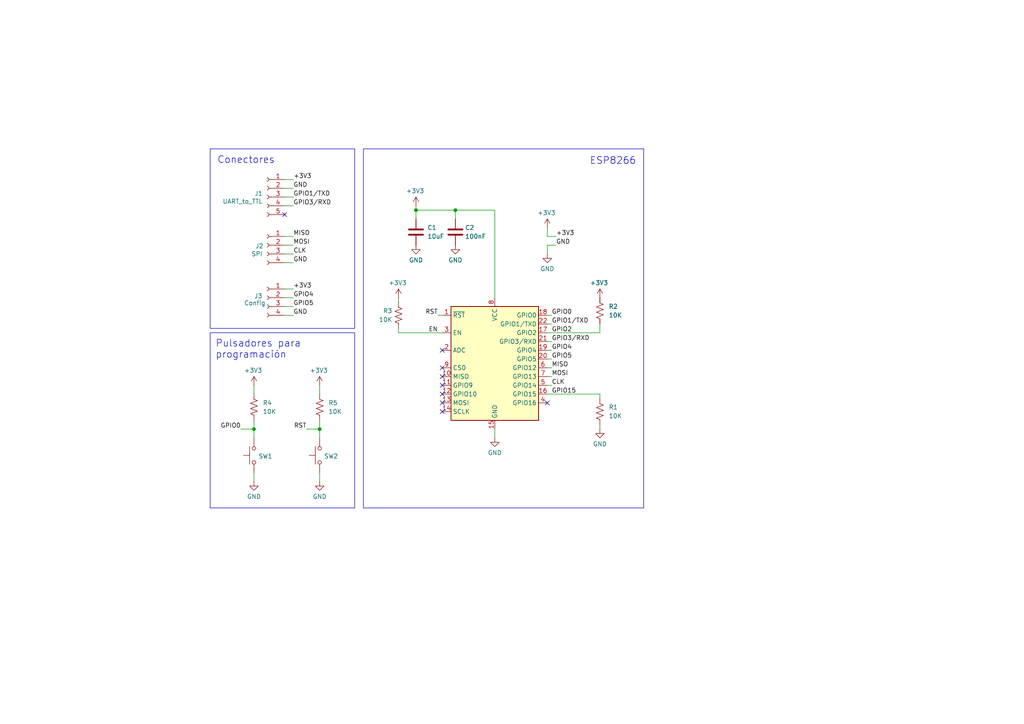
<source format=kicad_sch>
(kicad_sch (version 20231120) (generator "eeschema") (generator_version "8.0")
  (paper "A4")
  (lib_symbols
    (symbol "Connector:Conn_01x04_Socket" (pin_names (offset 1.016) hide)
      (property "Reference" "J" (at 0 5.08 0))
      (property "Value" "Conn_01x04_Socket" (at 0 -7.62 0))
      (symbol "Conn_01x04_Socket_1_1"
        (arc (start 0 -4.572) (mid -0.5058 -5.08) (end 0 -5.588) (stroke (width 0.1524)))
        (arc (start 0 -2.032) (mid -0.5058 -2.54) (end 0 -3.048) (stroke (width 0.1524)))
        (polyline (pts (xy -1.27 -5.08) (xy -0.508 -5.08)) (stroke (width 0.1524)))
        (polyline (pts (xy -1.27 -2.54) (xy -0.508 -2.54)) (stroke (width 0.1524)))
        (polyline (pts (xy -1.27 0) (xy -0.508 0)) (stroke (width 0.1524)))
        (polyline (pts (xy -1.27 2.54) (xy -0.508 2.54)) (stroke (width 0.1524)))
        (arc (start 0 0.508) (mid -0.5058 0) (end 0 -0.508) (stroke (width 0.1524)))
        (arc (start 0 3.048) (mid -0.5058 2.54) (end 0 2.032) (stroke (width 0.1524)))
        (pin passive line (at -5.08 2.54 0) (length 3.81) (name "Pin_1") (number "1"))
        (pin passive line (at -5.08 0 0) (length 3.81) (name "Pin_2") (number "2"))
        (pin passive line (at -5.08 -2.54 0) (length 3.81) (name "Pin_3") (number "3"))
        (pin passive line (at -5.08 -5.08 0) (length 3.81) (name "Pin_4") (number "4"))
      )
    )
    (symbol "Connector:Conn_01x05_Socket" (pin_names (offset 1.016) hide)
      (property "Reference" "J" (at 0 7.62 0))
      (property "Value" "Conn_01x05_Socket" (at 0 -7.62 0))
      (symbol "Conn_01x05_Socket_1_1"
        (arc (start 0 -4.572) (mid -0.5058 -5.08) (end 0 -5.588) (stroke (width 0.1524)))
        (arc (start 0 -2.032) (mid -0.5058 -2.54) (end 0 -3.048) (stroke (width 0.1524)))
        (polyline (pts (xy -1.27 -5.08) (xy -0.508 -5.08)) (stroke (width 0.1524)))
        (polyline (pts (xy -1.27 -2.54) (xy -0.508 -2.54)) (stroke (width 0.1524)))
        (polyline (pts (xy -1.27 0) (xy -0.508 0)) (stroke (width 0.1524)))
        (polyline (pts (xy -1.27 2.54) (xy -0.508 2.54)) (stroke (width 0.1524)))
        (polyline (pts (xy -1.27 5.08) (xy -0.508 5.08)) (stroke (width 0.1524)))
        (arc (start 0 0.508) (mid -0.5058 0) (end 0 -0.508) (stroke (width 0.1524)))
        (arc (start 0 3.048) (mid -0.5058 2.54) (end 0 2.032) (stroke (width 0.1524)))
        (arc (start 0 5.588) (mid -0.5058 5.08) (end 0 4.572) (stroke (width 0.1524)))
        (pin passive line (at -5.08 5.08 0) (length 3.81) (name "Pin_1") (number "1"))
        (pin passive line (at -5.08 2.54 0) (length 3.81) (name "Pin_2") (number "2"))
        (pin passive line (at -5.08 0 0) (length 3.81) (name "Pin_3") (number "3"))
        (pin passive line (at -5.08 -2.54 0) (length 3.81) (name "Pin_4") (number "4"))
        (pin passive line (at -5.08 -5.08 0) (length 3.81) (name "Pin_5") (number "5"))
      )
    )
    (symbol "Device:C" (pin_numbers hide) (pin_names (offset 0.254))
      (property "Reference" "C" (at 0.635 2.54 0))
      (property "Value" "C" (at 0.635 -2.54 0))
      (symbol "C_0_1"
        (polyline (pts (xy -2.032 -0.762) (xy 2.032 -0.762)) (stroke (width 0.508)))
        (polyline (pts (xy -2.032 0.762) (xy 2.032 0.762)) (stroke (width 0.508)))
      )
      (symbol "C_1_1"
        (pin passive line (at 0 3.81 270) (length 2.794) (name "~") (number "1"))
        (pin passive line (at 0 -3.81 90) (length 2.794) (name "~") (number "2"))
      )
    )
    (symbol "Device:R_US" (pin_numbers hide) (pin_names (offset 0))
      (property "Reference" "R" (at 2.54 0 90))
      (property "Value" "R_US" (at -2.54 0 90))
      (symbol "R_US_0_1"
        (polyline (pts (xy 0 -2.286) (xy 0 -2.54)))
        (polyline (pts (xy 0 2.286) (xy 0 2.54)))
        (polyline (pts (xy 0 -0.762) (xy 1.016 -1.143) (xy 0 -1.524) (xy -1.016 -1.905) (xy 0 -2.286)))
        (polyline (pts (xy 0 0.762) (xy 1.016 0.381) (xy 0 0) (xy -1.016 -0.381) (xy 0 -0.762)))
        (polyline (pts (xy 0 2.286) (xy 1.016 1.905) (xy 0 1.524) (xy -1.016 1.143) (xy 0 0.762)))
      )
      (symbol "R_US_1_1"
        (pin passive line (at 0 3.81 270) (length 1.27) (name "~") (number "1"))
        (pin passive line (at 0 -3.81 90) (length 1.27) (name "~") (number "2"))
      )
    )
    (symbol "RF_Module:ESP-12F"
      (property "Reference" "U" (at -12.7 19.05 0))
      (property "Value" "ESP-12F" (at 12.7 19.05 0))
      (symbol "ESP-12F_0_1"
        (rectangle (start -12.7 17.78) (end 12.7 -15.24) (stroke (width 0.254)) (fill (type background)))
      )
      (symbol "ESP-12F_1_1"
        (pin input line (at -15.24 15.24 0) (length 2.54) (name "~{RST}") (number "1"))
        (pin bidirectional line (at -15.24 -2.54 0) (length 2.54) (name "MISO") (number "10"))
        (pin bidirectional line (at -15.24 -5.08 0) (length 2.54) (name "GPIO9") (number "11"))
        (pin bidirectional line (at -15.24 -7.62 0) (length 2.54) (name "GPIO10") (number "12"))
        (pin bidirectional line (at -15.24 -10.16 0) (length 2.54) (name "MOSI") (number "13"))
        (pin bidirectional line (at -15.24 -12.7 0) (length 2.54) (name "SCLK") (number "14"))
        (pin power_in line (at 0 -17.78 90) (length 2.54) (name "GND") (number "15"))
        (pin bidirectional line (at 15.24 -7.62 180) (length 2.54) (name "GPIO15") (number "16"))
        (pin bidirectional line (at 15.24 10.16 180) (length 2.54) (name "GPIO2") (number "17"))
        (pin bidirectional line (at 15.24 15.24 180) (length 2.54) (name "GPIO0") (number "18"))
        (pin bidirectional line (at 15.24 5.08 180) (length 2.54) (name "GPIO4") (number "19"))
        (pin input line (at -15.24 5.08 0) (length 2.54) (name "ADC") (number "2"))
        (pin bidirectional line (at 15.24 2.54 180) (length 2.54) (name "GPIO5") (number "20"))
        (pin bidirectional line (at 15.24 7.62 180) (length 2.54) (name "GPIO3/RXD") (number "21"))
        (pin bidirectional line (at 15.24 12.7 180) (length 2.54) (name "GPIO1/TXD") (number "22"))
        (pin input line (at -15.24 10.16 0) (length 2.54) (name "EN") (number "3"))
        (pin bidirectional line (at 15.24 -10.16 180) (length 2.54) (name "GPIO16") (number "4"))
        (pin bidirectional line (at 15.24 -5.08 180) (length 2.54) (name "GPIO14") (number "5"))
        (pin bidirectional line (at 15.24 0 180) (length 2.54) (name "GPIO12") (number "6"))
        (pin bidirectional line (at 15.24 -2.54 180) (length 2.54) (name "GPIO13") (number "7"))
        (pin power_in line (at 0 20.32 270) (length 2.54) (name "VCC") (number "8"))
        (pin input line (at -15.24 0 0) (length 2.54) (name "CS0") (number "9"))
      )
    )
    (symbol "Switch:SW_Push" (pin_numbers hide) (pin_names (offset 1.016) hide)
      (property "Reference" "SW" (at 1.27 2.54 0))
      (property "Value" "SW_Push" (at 0 -1.524 0))
      (symbol "SW_Push_0_1"
        (circle (center -2.032 0) (radius 0.508))
        (polyline (pts (xy 0 1.27) (xy 0 3.048)))
        (polyline (pts (xy 2.54 1.27) (xy -2.54 1.27)))
        (circle (center 2.032 0) (radius 0.508))
        (pin passive line (at -5.08 0 0) (length 2.54) (name "1") (number "1"))
        (pin passive line (at 5.08 0 180) (length 2.54) (name "2") (number "2"))
      )
    )
    (symbol "power:+3V3" (power) (pin_numbers hide) (pin_names (offset 0) hide)
      (property "Value" "+3V3" (at 0 3.556 0))
      (symbol "+3V3_0_1"
        (polyline (pts (xy -0.762 1.27) (xy 0 2.54)))
        (polyline (pts (xy 0 0) (xy 0 2.54)))
        (polyline (pts (xy 0 2.54) (xy 0.762 1.27)))
      )
      (symbol "+3V3_1_1"
        (pin power_in line (at 0 0 90) (length 0) (name "~") (number "1"))
      )
    )
    (symbol "power:GND" (power) (pin_numbers hide) (pin_names (offset 0) hide)
      (property "Value" "GND" (at 0 -3.81 0))
      (symbol "GND_0_1"
        (polyline (pts (xy 0 0) (xy 0 -1.27) (xy 1.27 -1.27) (xy 0 -2.54) (xy -1.27 -1.27) (xy 0 -1.27)))
      )
      (symbol "GND_1_1"
        (pin power_in line (at 0 0 270) (length 0) (name "~") (number "1"))
      )
    )
  )
  (junction (at 73.66 124.46))
  (junction (at 92.71 124.46))
  (junction (at 120.65 60.96))
  (junction (at 132.08 60.96))
  (no_connect (at 128.27 106.68))
  (no_connect (at 128.27 109.22))
  (no_connect (at 128.27 101.6))
  (no_connect (at 82.55 62.23))
  (no_connect (at 128.27 116.84))
  (no_connect (at 128.27 119.38))
  (no_connect (at 128.27 111.76))
  (no_connect (at 128.27 114.3))
  (no_connect (at 158.75 116.84))
  (wire (pts (xy 82.55 71.12) (xy 85.09 71.12)))
  (wire (pts (xy 82.55 86.36) (xy 85.09 86.36)))
  (wire (pts (xy 82.55 91.44) (xy 85.09 91.44)))
  (wire (pts (xy 158.75 111.76) (xy 160.02 111.76)))
  (wire (pts (xy 115.57 96.52) (xy 128.27 96.52)))
  (wire (pts (xy 143.51 127) (xy 143.51 124.46)))
  (wire (pts (xy 82.55 68.58) (xy 85.09 68.58)))
  (wire (pts (xy 73.66 124.46) (xy 73.66 127)))
  (wire (pts (xy 82.55 59.69) (xy 85.09 59.69)))
  (wire (pts (xy 69.85 124.46) (xy 73.66 124.46)))
  (wire (pts (xy 82.55 73.66) (xy 85.09 73.66)))
  (wire (pts (xy 158.75 96.52) (xy 173.99 96.52)))
  (wire (pts (xy 82.55 83.82) (xy 85.09 83.82)))
  (wire (pts (xy 173.99 114.3) (xy 173.99 115.57)))
  (wire (pts (xy 120.65 60.96) (xy 120.65 63.5)))
  (wire (pts (xy 92.71 111.76) (xy 92.71 114.3)))
  (wire (pts (xy 132.08 60.96) (xy 143.51 60.96)))
  (wire (pts (xy 115.57 96.52) (xy 115.57 95.25)))
  (wire (pts (xy 92.71 137.16) (xy 92.71 139.7)))
  (wire (pts (xy 120.65 59.69) (xy 120.65 60.96)))
  (wire (pts (xy 158.75 71.12) (xy 161.29 71.12)))
  (wire (pts (xy 82.55 52.07) (xy 85.09 52.07)))
  (wire (pts (xy 158.75 114.3) (xy 173.99 114.3)))
  (wire (pts (xy 158.75 99.06) (xy 160.02 99.06)))
  (wire (pts (xy 120.65 60.96) (xy 132.08 60.96)))
  (wire (pts (xy 82.55 76.2) (xy 85.09 76.2)))
  (wire (pts (xy 82.55 88.9) (xy 85.09 88.9)))
  (wire (pts (xy 73.66 121.92) (xy 73.66 124.46)))
  (wire (pts (xy 158.75 106.68) (xy 160.02 106.68)))
  (wire (pts (xy 92.71 124.46) (xy 92.71 127)))
  (wire (pts (xy 158.75 109.22) (xy 160.02 109.22)))
  (wire (pts (xy 73.66 111.76) (xy 73.66 114.3)))
  (wire (pts (xy 143.51 86.36) (xy 143.51 60.96)))
  (wire (pts (xy 158.75 73.66) (xy 158.75 71.12)))
  (wire (pts (xy 173.99 96.52) (xy 173.99 93.98)))
  (wire (pts (xy 160.02 104.14) (xy 158.75 104.14)))
  (wire (pts (xy 158.75 66.04) (xy 158.75 68.58)))
  (wire (pts (xy 132.08 60.96) (xy 132.08 63.5)))
  (wire (pts (xy 88.9 124.46) (xy 92.71 124.46)))
  (wire (pts (xy 82.55 57.15) (xy 85.09 57.15)))
  (wire (pts (xy 92.71 121.92) (xy 92.71 124.46)))
  (wire (pts (xy 115.57 86.36) (xy 115.57 87.63)))
  (wire (pts (xy 173.99 124.46) (xy 173.99 123.19)))
  (wire (pts (xy 73.66 137.16) (xy 73.66 139.7)))
  (wire (pts (xy 158.75 93.98) (xy 160.02 93.98)))
  (wire (pts (xy 158.75 101.6) (xy 160.02 101.6)))
  (wire (pts (xy 127 91.44) (xy 128.27 91.44)))
  (wire (pts (xy 158.75 68.58) (xy 161.29 68.58)))
  (wire (pts (xy 82.55 54.61) (xy 85.09 54.61)))
  (wire (pts (xy 158.75 91.44) (xy 160.02 91.44)))
  (rectangle (start 60.96 43.18) (end 102.87 95.25))
  (rectangle (start 60.96 96.52) (end 102.87 147.32))
  (rectangle (start 105.41 43.18) (end 186.69 147.32))
  (text "ESP8266" (at 177.8 46.736 0) (effects (font (size 2 2))))
  (text "Pulsadores para\nprogramación" (at 62.484 101.346 0) (effects (font (size 2 2)) (justify left)))
  (text "Conectores" (at 71.374 46.482 0) (effects (font (size 2 2))))
  (label "EN" (at 127 96.52 180))
  (label "GPIO1{slash}TXD" (at 85.09 57.15 0))
  (label "GND" (at 85.09 54.61 0))
  (label "MISO" (at 160.02 106.68 0))
  (label "GPIO4" (at 85.09 86.36 0))
  (label "GPIO2" (at 160.02 96.52 0))
  (label "GPIO5" (at 85.09 88.9 0))
  (label "GPIO15" (at 160.02 114.3 0))
  (label "GPIO0" (at 69.85 124.46 180))
  (label "GPIO4" (at 160.02 101.6 0))
  (label "+3V3" (at 161.29 68.58 0))
  (label "CLK" (at 85.09 73.66 0))
  (label "CLK" (at 160.02 111.76 0))
  (label "GPIO0" (at 160.02 91.44 0))
  (label "GPIO3{slash}RXD" (at 85.09 59.69 0))
  (label "GND" (at 161.29 71.12 0))
  (label "RST" (at 127 91.44 180))
  (label "RST" (at 88.9 124.46 180))
  (label "MISO" (at 85.09 68.58 0))
  (label "GPIO1{slash}TXD" (at 160.02 93.98 0))
  (label "GPIO3{slash}RXD" (at 160.02 99.06 0))
  (label "MOSI" (at 85.09 71.12 0))
  (label "GND" (at 85.09 91.44 0))
  (label "+3V3" (at 85.09 52.07 0))
  (label "MOSI" (at 160.02 109.22 0))
  (label "+3V3" (at 85.09 83.82 0))
  (label "GPIO5" (at 160.02 104.14 0))
  (label "GND" (at 85.09 76.2 0))
  (symbol (lib_id "Device:C") (at 120.65 67.31 0) (unit 1)
    (property "Reference" "C1" (at 123.952 66.04 0) (effects (justify left)))
    (property "Value" "10uF" (at 123.952 68.58 0) (effects (justify left)))
    (property "Description" "Unpolarized capacitor" (effects (hide yes)))
  )
  (symbol (lib_id "Device:C") (at 132.08 67.31 0) (unit 1)
    (property "Reference" "C2" (at 134.874 66.04 0) (effects (justify left)))
    (property "Value" "100nF" (at 134.874 68.58 0) (effects (justify left)))
    (property "Description" "Unpolarized capacitor" (effects (hide yes)))
  )
  (symbol (lib_id "Connector:Conn_01x05_Socket") (at 77.47 57.15 0) (mirror y) (unit 1)
    (property "Reference" "J1" (at 76.2 56.134 0) (effects (justify left)))
    (property "Value" "UART_to_TTL" (at 76.2 58.4199 0) (effects (justify left)))
    (property "Description" "Generic connector, single row, 01x05, script generated" (effects (hide yes)))
  )
  (symbol (lib_id "power:+3V3") (at 120.65 59.69 0) (unit 1)
    (property "Reference" "#PWR01" (effects (hide yes)))
    (property "Value" "+3V3" (at 120.396 55.372 0))
    (property "Description" "Power symbol creates a global label with name \"+3V3\"" (effects (hide yes)))
  )
  (symbol (lib_id "Device:R_US") (at 73.66 118.11 180) (unit 1)
    (property "Reference" "R4" (at 76.2 116.8399 0) (effects (justify right)))
    (property "Value" "10K" (at 76.2 119.3799 0) (effects (justify right)))
    (property "Description" "Resistor, US symbol" (effects (hide yes)))
  )
  (symbol (lib_id "power:GND") (at 158.75 73.66 0) (unit 1)
    (property "Reference" "#PWR013" (effects (hide yes)))
    (property "Value" "GND" (at 158.75 77.978 0))
    (property "Description" "Power symbol creates a global label with name \"GND\" , ground" (effects (hide yes)))
  )
  (symbol (lib_id "Device:R_US") (at 92.71 118.11 180) (unit 1)
    (property "Reference" "R5" (at 95.25 116.8399 0) (effects (justify right)))
    (property "Value" "10K" (at 95.25 119.3799 0) (effects (justify right)))
    (property "Description" "Resistor, US symbol" (effects (hide yes)))
  )
  (symbol (lib_id "power:GND") (at 92.71 139.7 0) (unit 1)
    (property "Reference" "#PWR09" (effects (hide yes)))
    (property "Value" "GND" (at 92.71 144.018 0))
    (property "Description" "Power symbol creates a global label with name \"GND\" , ground" (effects (hide yes)))
  )
  (symbol (lib_id "Device:R_US") (at 115.57 91.44 180) (unit 1)
    (property "Reference" "R3" (at 113.792 90.17 0) (effects (justify left)))
    (property "Value" "10K" (at 113.792 92.71 0) (effects (justify left)))
    (property "Description" "Resistor, US symbol" (effects (hide yes)))
  )
  (symbol (lib_id "Device:R_US") (at 173.99 119.38 180) (unit 1)
    (property "Reference" "R1" (at 176.53 118.1099 0) (effects (justify right)))
    (property "Value" "10K" (at 176.53 120.6499 0) (effects (justify right)))
    (property "Description" "Resistor, US symbol" (effects (hide yes)))
  )
  (symbol (lib_id "Switch:SW_Push") (at 92.71 132.08 90) (unit 1)
    (property "Reference" "SW2" (at 93.98 132.334 90) (effects (justify right)))
    (property "Value" "SW_Push" (effects (hide yes)))
    (property "Description" "Push button switch, generic, two pins" (effects (hide yes)))
  )
  (symbol (lib_id "power:+3V3") (at 73.66 111.76 0) (unit 1)
    (property "Reference" "#PWR010" (effects (hide yes)))
    (property "Value" "+3V3" (at 73.406 107.442 0))
    (property "Description" "Power symbol creates a global label with name \"+3V3\"" (effects (hide yes)))
  )
  (symbol (lib_id "power:+3V3") (at 173.99 86.36 0) (unit 1)
    (property "Reference" "#PWR06" (effects (hide yes)))
    (property "Value" "+3V3" (at 173.736 82.042 0))
    (property "Description" "Power symbol creates a global label with name \"+3V3\"" (effects (hide yes)))
  )
  (symbol (lib_id "power:GND") (at 173.99 124.46 0) (unit 1)
    (property "Reference" "#PWR04" (effects (hide yes)))
    (property "Value" "GND" (at 173.99 128.778 0))
    (property "Description" "Power symbol creates a global label with name \"GND\" , ground" (effects (hide yes)))
  )
  (symbol (lib_id "Device:R_US") (at 173.99 90.17 180) (unit 1)
    (property "Reference" "R2" (at 176.53 88.8999 0) (effects (justify right)))
    (property "Value" "10K" (at 176.53 91.4399 0) (effects (justify right)))
    (property "Description" "Resistor, US symbol" (effects (hide yes)))
  )
  (symbol (lib_id "power:GND") (at 120.65 71.12 0) (unit 1)
    (property "Reference" "#PWR03" (effects (hide yes)))
    (property "Value" "GND" (at 120.65 75.438 0))
    (property "Description" "Power symbol creates a global label with name \"GND\" , ground" (effects (hide yes)))
  )
  (symbol (lib_id "Connector:Conn_01x04_Socket") (at 77.47 86.36 0) (mirror y) (unit 1)
    (property "Reference" "J3" (at 74.93 85.852 0))
    (property "Value" "Config" (at 73.914 87.884 0))
    (property "Description" "Generic connector, single row, 01x04, script generated" (effects (hide yes)))
  )
  (symbol (lib_id "power:+3V3") (at 92.71 111.76 0) (unit 1)
    (property "Reference" "#PWR011" (effects (hide yes)))
    (property "Value" "+3V3" (at 92.456 107.442 0))
    (property "Description" "Power symbol creates a global label with name \"+3V3\"" (effects (hide yes)))
  )
  (symbol (lib_id "power:GND") (at 73.66 139.7 0) (unit 1)
    (property "Reference" "#PWR08" (effects (hide yes)))
    (property "Value" "GND" (at 73.66 144.018 0))
    (property "Description" "Power symbol creates a global label with name \"GND\" , ground" (effects (hide yes)))
  )
  (symbol (lib_id "RF_Module:ESP-12F") (at 143.51 106.68 0) (unit 1)
    (property "Reference" "U1" (effects (hide yes)))
    (property "Value" "ESP-12F" (effects (hide yes)))
    (property "Footprint" "RF_Module:ESP-12E" (effects (hide yes)))
    (property "Datasheet" "http://wiki.ai-thinker.com/_media/esp8266/esp8266_series_modules_user_manual_v1.1.pdf" (effects (hide yes)))
    (property "Description" "802.11 b/g/n Wi-Fi Module" (effects (hide yes)))
  )
  (symbol (lib_id "power:GND") (at 132.08 71.12 0) (unit 1)
    (property "Reference" "#PWR02" (effects (hide yes)))
    (property "Value" "GND" (at 132.08 75.438 0))
    (property "Description" "Power symbol creates a global label with name \"GND\" , ground" (effects (hide yes)))
  )
  (symbol (lib_id "power:GND") (at 143.51 127 0) (unit 1)
    (property "Reference" "#PWR05" (effects (hide yes)))
    (property "Value" "GND" (at 143.51 131.318 0))
    (property "Description" "Power symbol creates a global label with name \"GND\" , ground" (effects (hide yes)))
  )
  (symbol (lib_id "power:+3V3") (at 115.57 86.36 0) (unit 1)
    (property "Reference" "#PWR07" (effects (hide yes)))
    (property "Value" "+3V3" (at 115.316 82.042 0))
    (property "Description" "Power symbol creates a global label with name \"+3V3\"" (effects (hide yes)))
  )
  (symbol (lib_id "Connector:Conn_01x04_Socket") (at 77.47 71.12 0) (mirror y) (unit 1)
    (property "Reference" "J2" (at 76.454 71.374 0) (effects (justify left)))
    (property "Value" "SPI" (at 76.2 73.6599 0) (effects (justify left)))
    (property "Description" "Generic connector, single row, 01x04, script generated" (effects (hide yes)))
  )
  (symbol (lib_id "power:+3V3") (at 158.75 66.04 0) (unit 1)
    (property "Reference" "#PWR012" (effects (hide yes)))
    (property "Value" "+3V3" (at 158.496 61.722 0))
    (property "Description" "Power symbol creates a global label with name \"+3V3\"" (effects (hide yes)))
  )
  (symbol (lib_id "Switch:SW_Push") (at 73.66 132.08 90) (unit 1)
    (property "Reference" "SW1" (at 74.93 132.334 90) (effects (justify right)))
    (property "Value" "SW_Push" (effects (hide yes)))
    (property "Description" "Push button switch, generic, two pins" (effects (hide yes)))
  )
)
</source>
